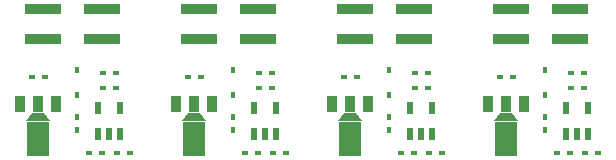
<source format=gbr>
G04 #@! TF.FileFunction,Paste,Top*
%FSLAX46Y46*%
G04 Gerber Fmt 4.6, Leading zero omitted, Abs format (unit mm)*
G04 Created by KiCad (PCBNEW 4.0.2-stable) date Tuesday, February 20, 2018 'AMt' 07:17:42 AM*
%MOMM*%
G01*
G04 APERTURE LIST*
%ADD10C,0.025400*%
%ADD11R,0.549200X0.449200*%
%ADD12R,0.449200X0.549200*%
%ADD13R,0.399200X0.539200*%
%ADD14R,0.949960X1.450340*%
%ADD15R,1.948180X2.948940*%
%ADD16R,0.599200X1.009200*%
%ADD17R,3.099200X0.949200*%
G04 APERTURE END LIST*
D10*
D11*
X103844000Y-90830400D03*
X104944000Y-90830400D03*
D12*
X107670600Y-94217400D03*
X107670600Y-95317400D03*
D13*
X107670600Y-90283400D03*
X107670600Y-92393400D03*
D11*
X109770000Y-97307400D03*
X108670000Y-97307400D03*
X109863800Y-90551000D03*
X110963800Y-90551000D03*
X112183000Y-97307400D03*
X111083000Y-97307400D03*
X109863800Y-91795600D03*
X110963800Y-91795600D03*
D14*
X105895140Y-93144340D03*
X104394000Y-93144340D03*
X102892860Y-93144340D03*
D15*
X104394000Y-96095820D03*
D10*
G36*
X103418640Y-94595950D02*
X103919020Y-93897450D01*
X104868980Y-93897450D01*
X105369360Y-94595950D01*
X103418640Y-94595950D01*
X103418640Y-94595950D01*
G37*
D16*
X109463800Y-95664200D03*
X110413800Y-95664200D03*
X111363800Y-95664200D03*
X111363800Y-93464200D03*
X109463800Y-93464200D03*
D17*
X104790000Y-85090000D03*
X109840000Y-85090000D03*
X104790000Y-87630000D03*
X109840000Y-87630000D03*
D11*
X117052000Y-90830400D03*
X118152000Y-90830400D03*
D12*
X120878600Y-94217400D03*
X120878600Y-95317400D03*
D11*
X130260000Y-90830400D03*
X131360000Y-90830400D03*
D12*
X134086600Y-94217400D03*
X134086600Y-95317400D03*
D11*
X143468000Y-90830400D03*
X144568000Y-90830400D03*
D12*
X147294600Y-94217400D03*
X147294600Y-95317400D03*
D13*
X120878600Y-90283400D03*
X120878600Y-92393400D03*
X134086600Y-90283400D03*
X134086600Y-92393400D03*
X147294600Y-90283400D03*
X147294600Y-92393400D03*
D17*
X117998000Y-85090000D03*
X123048000Y-85090000D03*
X117998000Y-87630000D03*
X123048000Y-87630000D03*
X131206000Y-85090000D03*
X136256000Y-85090000D03*
X131206000Y-87630000D03*
X136256000Y-87630000D03*
X144414000Y-85090000D03*
X149464000Y-85090000D03*
X144414000Y-87630000D03*
X149464000Y-87630000D03*
D11*
X125391000Y-97307400D03*
X124291000Y-97307400D03*
X122978000Y-97307400D03*
X121878000Y-97307400D03*
X123071800Y-91795600D03*
X124171800Y-91795600D03*
X123071800Y-90551000D03*
X124171800Y-90551000D03*
X138599000Y-97307400D03*
X137499000Y-97307400D03*
X136186000Y-97307400D03*
X135086000Y-97307400D03*
X136279800Y-91795600D03*
X137379800Y-91795600D03*
X136279800Y-90551000D03*
X137379800Y-90551000D03*
X151807000Y-97307400D03*
X150707000Y-97307400D03*
X149394000Y-97307400D03*
X148294000Y-97307400D03*
X149487800Y-91795600D03*
X150587800Y-91795600D03*
X149487800Y-90551000D03*
X150587800Y-90551000D03*
D14*
X119103140Y-93144340D03*
X117602000Y-93144340D03*
X116100860Y-93144340D03*
D15*
X117602000Y-96095820D03*
D10*
G36*
X116626640Y-94595950D02*
X117127020Y-93897450D01*
X118076980Y-93897450D01*
X118577360Y-94595950D01*
X116626640Y-94595950D01*
X116626640Y-94595950D01*
G37*
D16*
X122671800Y-95664200D03*
X123621800Y-95664200D03*
X124571800Y-95664200D03*
X124571800Y-93464200D03*
X122671800Y-93464200D03*
D14*
X132311140Y-93144340D03*
X130810000Y-93144340D03*
X129308860Y-93144340D03*
D15*
X130810000Y-96095820D03*
D10*
G36*
X129834640Y-94595950D02*
X130335020Y-93897450D01*
X131284980Y-93897450D01*
X131785360Y-94595950D01*
X129834640Y-94595950D01*
X129834640Y-94595950D01*
G37*
D16*
X135879800Y-95664200D03*
X136829800Y-95664200D03*
X137779800Y-95664200D03*
X137779800Y-93464200D03*
X135879800Y-93464200D03*
D14*
X145519140Y-93144340D03*
X144018000Y-93144340D03*
X142516860Y-93144340D03*
D15*
X144018000Y-96095820D03*
D10*
G36*
X143042640Y-94595950D02*
X143543020Y-93897450D01*
X144492980Y-93897450D01*
X144993360Y-94595950D01*
X143042640Y-94595950D01*
X143042640Y-94595950D01*
G37*
D16*
X149087800Y-95664200D03*
X150037800Y-95664200D03*
X150987800Y-95664200D03*
X150987800Y-93464200D03*
X149087800Y-93464200D03*
M02*

</source>
